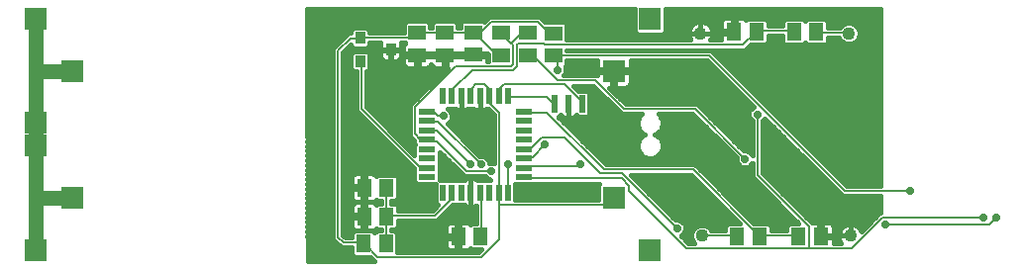
<source format=gbl>
G75*
%MOIN*%
%OFA0B0*%
%FSLAX25Y25*%
%IPPOS*%
%LPD*%
%AMOC8*
5,1,8,0,0,1.08239X$1,22.5*
%
%ADD10R,0.02000X0.05800*%
%ADD11R,0.05800X0.02000*%
%ADD12C,0.04362*%
%ADD13R,0.05118X0.05906*%
%ADD14R,0.01969X0.05906*%
%ADD15R,0.05906X0.05118*%
%ADD16R,0.03543X0.03937*%
%ADD17R,0.07677X0.07677*%
%ADD18C,0.01600*%
%ADD19C,0.00600*%
%ADD20C,0.02800*%
%ADD21C,0.05000*%
D10*
X0152113Y0031101D03*
X0155213Y0031101D03*
X0158413Y0031101D03*
X0161513Y0031101D03*
X0164713Y0031101D03*
X0167813Y0031101D03*
X0171013Y0031101D03*
X0174113Y0031101D03*
X0174113Y0063501D03*
X0171013Y0063501D03*
X0167813Y0063501D03*
X0164713Y0063501D03*
X0161513Y0063501D03*
X0158413Y0063501D03*
X0155213Y0063501D03*
X0152113Y0063501D03*
D11*
X0146913Y0058301D03*
X0146913Y0055201D03*
X0146913Y0052001D03*
X0146913Y0048901D03*
X0146913Y0045701D03*
X0146913Y0042601D03*
X0146913Y0039401D03*
X0146913Y0036301D03*
X0179313Y0036301D03*
X0179313Y0039401D03*
X0179313Y0042601D03*
X0179313Y0045701D03*
X0179313Y0048901D03*
X0179313Y0052001D03*
X0179313Y0055201D03*
X0179313Y0058301D03*
D12*
X0238900Y0084703D03*
X0288900Y0084703D03*
X0289374Y0016491D03*
X0239374Y0016491D03*
D13*
X0251238Y0016364D03*
X0258719Y0016364D03*
X0271878Y0016287D03*
X0279358Y0016287D03*
X0164835Y0016232D03*
X0157355Y0016232D03*
X0132958Y0013786D03*
X0125477Y0013786D03*
X0125700Y0023033D03*
X0133180Y0023033D03*
X0133158Y0032728D03*
X0125677Y0032728D03*
X0250177Y0085211D03*
X0257658Y0085211D03*
X0270352Y0085207D03*
X0277832Y0085207D03*
D14*
X0199176Y0060959D03*
X0194452Y0060959D03*
X0189727Y0060959D03*
D15*
X0189518Y0077270D03*
X0180901Y0077406D03*
X0171746Y0077405D03*
X0162339Y0077506D03*
X0152887Y0077400D03*
X0143534Y0077429D03*
X0143534Y0084909D03*
X0152887Y0084880D03*
X0162339Y0084986D03*
X0171746Y0084886D03*
X0180901Y0084886D03*
X0189518Y0084750D03*
D16*
X0134619Y0079185D03*
X0124382Y0075248D03*
X0124382Y0083122D03*
D17*
X0015169Y0011773D03*
X0027374Y0029293D03*
X0015169Y0046813D03*
X0015169Y0054490D03*
X0027374Y0072010D03*
X0015169Y0089529D03*
X0209657Y0072010D03*
X0221862Y0089529D03*
X0209657Y0029293D03*
X0221862Y0011773D03*
D18*
X0234000Y0014774D02*
X0236209Y0014774D01*
X0236338Y0014462D02*
X0236717Y0014083D01*
X0234691Y0014083D01*
X0232285Y0016489D01*
X0232573Y0016609D01*
X0233361Y0017397D01*
X0233787Y0018426D01*
X0233787Y0019540D01*
X0233361Y0020569D01*
X0232573Y0021356D01*
X0231544Y0021783D01*
X0230591Y0021783D01*
X0215291Y0037083D01*
X0235683Y0037083D01*
X0252049Y0020717D01*
X0248099Y0020717D01*
X0247279Y0019897D01*
X0247279Y0018283D01*
X0242507Y0018283D01*
X0242409Y0018519D01*
X0241402Y0019526D01*
X0240086Y0020072D01*
X0238661Y0020072D01*
X0237345Y0019526D01*
X0236338Y0018519D01*
X0235792Y0017203D01*
X0235792Y0015778D01*
X0236338Y0014462D01*
X0235792Y0016372D02*
X0232402Y0016372D01*
X0233599Y0017971D02*
X0236111Y0017971D01*
X0237448Y0019569D02*
X0233775Y0019569D01*
X0232762Y0021168D02*
X0251598Y0021168D01*
X0250000Y0022766D02*
X0229608Y0022766D01*
X0228009Y0024365D02*
X0248401Y0024365D01*
X0246802Y0025963D02*
X0226411Y0025963D01*
X0224812Y0027562D02*
X0245204Y0027562D01*
X0250012Y0027562D02*
X0265004Y0027562D01*
X0266602Y0025963D02*
X0251611Y0025963D01*
X0253209Y0024365D02*
X0268201Y0024365D01*
X0269800Y0022766D02*
X0254808Y0022766D01*
X0256406Y0021168D02*
X0271398Y0021168D01*
X0271926Y0020640D02*
X0268739Y0020640D01*
X0267919Y0019820D01*
X0267919Y0018283D01*
X0262678Y0018283D01*
X0262678Y0019897D01*
X0261858Y0020717D01*
X0256857Y0020717D01*
X0237091Y0040483D01*
X0235683Y0040483D01*
X0207091Y0040483D01*
X0190968Y0056606D01*
X0191292Y0056606D01*
X0191866Y0057180D01*
X0192027Y0056901D01*
X0192362Y0056566D01*
X0192773Y0056329D01*
X0193231Y0056206D01*
X0194452Y0056206D01*
X0195673Y0056206D01*
X0196131Y0056329D01*
X0196541Y0056566D01*
X0196877Y0056901D01*
X0197038Y0057180D01*
X0197612Y0056606D01*
X0200740Y0056606D01*
X0201561Y0057426D01*
X0201561Y0064491D01*
X0200740Y0065312D01*
X0197863Y0065312D01*
X0196091Y0067083D01*
X0202683Y0067083D01*
X0211287Y0058479D01*
X0212283Y0057483D01*
X0219004Y0057483D01*
X0218333Y0056812D01*
X0217700Y0055283D01*
X0217700Y0053628D01*
X0218333Y0052100D01*
X0219503Y0050930D01*
X0220208Y0050638D01*
X0219473Y0050333D01*
X0218303Y0049163D01*
X0217670Y0047635D01*
X0217670Y0045980D01*
X0218303Y0044452D01*
X0219473Y0043282D01*
X0221002Y0042648D01*
X0222656Y0042648D01*
X0224185Y0043282D01*
X0225355Y0044452D01*
X0225988Y0045980D01*
X0225988Y0047635D01*
X0225355Y0049163D01*
X0224185Y0050333D01*
X0223480Y0050625D01*
X0224215Y0050930D01*
X0225385Y0052100D01*
X0226018Y0053628D01*
X0226018Y0055283D01*
X0225385Y0056812D01*
X0224714Y0057483D01*
X0236283Y0057483D01*
X0250987Y0042779D01*
X0250987Y0041826D01*
X0251414Y0040797D01*
X0252201Y0040009D01*
X0253230Y0039583D01*
X0254344Y0039583D01*
X0255373Y0040009D01*
X0256161Y0040797D01*
X0256287Y0041102D01*
X0256287Y0036279D01*
X0271926Y0020640D01*
X0267919Y0019569D02*
X0262678Y0019569D01*
X0276091Y0021283D02*
X0259687Y0037687D01*
X0259687Y0055123D01*
X0260361Y0055797D01*
X0260481Y0056085D01*
X0286683Y0029883D01*
X0299409Y0029883D01*
X0299406Y0024283D01*
X0299283Y0024283D01*
X0293041Y0018040D01*
X0292902Y0018376D01*
X0292466Y0019028D01*
X0291911Y0019583D01*
X0291259Y0020019D01*
X0290535Y0020319D01*
X0289766Y0020472D01*
X0289374Y0020472D01*
X0289374Y0016491D01*
X0289374Y0016491D01*
X0289374Y0020472D01*
X0288981Y0020472D01*
X0288212Y0020319D01*
X0287488Y0020019D01*
X0286836Y0019583D01*
X0286281Y0019028D01*
X0285846Y0018376D01*
X0285545Y0017652D01*
X0285392Y0016883D01*
X0285392Y0016491D01*
X0289373Y0016491D01*
X0289373Y0016491D01*
X0285392Y0016491D01*
X0285392Y0016098D01*
X0285545Y0015329D01*
X0285846Y0014605D01*
X0286194Y0014083D01*
X0283717Y0014083D01*
X0283717Y0015808D01*
X0279838Y0015808D01*
X0279838Y0016767D01*
X0278879Y0016767D01*
X0278879Y0021040D01*
X0276562Y0021040D01*
X0276382Y0020992D01*
X0276091Y0021283D01*
X0276206Y0021168D02*
X0296168Y0021168D01*
X0294570Y0019569D02*
X0291925Y0019569D01*
X0289374Y0019569D02*
X0289374Y0019569D01*
X0289374Y0017971D02*
X0289374Y0017971D01*
X0286822Y0019569D02*
X0283692Y0019569D01*
X0283717Y0019477D02*
X0283595Y0019935D01*
X0283358Y0020345D01*
X0283022Y0020680D01*
X0282612Y0020917D01*
X0282154Y0021040D01*
X0279838Y0021040D01*
X0279838Y0016767D01*
X0283717Y0016767D01*
X0283717Y0019477D01*
X0283717Y0017971D02*
X0285678Y0017971D01*
X0285392Y0016372D02*
X0279838Y0016372D01*
X0279838Y0017971D02*
X0278879Y0017971D01*
X0278879Y0019569D02*
X0279838Y0019569D01*
X0274608Y0022766D02*
X0297767Y0022766D01*
X0299406Y0024365D02*
X0273009Y0024365D01*
X0271411Y0025963D02*
X0299407Y0025963D01*
X0299408Y0027562D02*
X0269812Y0027562D01*
X0268214Y0029160D02*
X0299409Y0029160D01*
X0299411Y0033283D02*
X0288091Y0033283D01*
X0243487Y0077887D01*
X0242491Y0078883D01*
X0193871Y0078883D01*
X0193871Y0079083D01*
X0253891Y0079083D01*
X0255667Y0080859D01*
X0260797Y0080859D01*
X0261617Y0081679D01*
X0261617Y0083883D01*
X0266393Y0083883D01*
X0266393Y0081674D01*
X0267213Y0080854D01*
X0273491Y0080854D01*
X0274092Y0081456D01*
X0274693Y0080854D01*
X0280971Y0080854D01*
X0281791Y0081674D01*
X0281791Y0083283D01*
X0285612Y0083283D01*
X0285864Y0082675D01*
X0286871Y0081667D01*
X0288188Y0081122D01*
X0289612Y0081122D01*
X0290929Y0081667D01*
X0291936Y0082675D01*
X0292481Y0083991D01*
X0292481Y0085416D01*
X0291936Y0086732D01*
X0290929Y0087739D01*
X0289612Y0088284D01*
X0288188Y0088284D01*
X0286871Y0087739D01*
X0285864Y0086732D01*
X0285844Y0086683D01*
X0281791Y0086683D01*
X0281791Y0088740D01*
X0280971Y0089560D01*
X0274693Y0089560D01*
X0274092Y0088959D01*
X0273491Y0089560D01*
X0267213Y0089560D01*
X0266393Y0088740D01*
X0266393Y0087283D01*
X0261617Y0087283D01*
X0261617Y0088744D01*
X0260797Y0089564D01*
X0254519Y0089564D01*
X0254194Y0089239D01*
X0254177Y0089269D01*
X0253842Y0089604D01*
X0253431Y0089841D01*
X0252973Y0089964D01*
X0250657Y0089964D01*
X0250657Y0085691D01*
X0249698Y0085691D01*
X0249698Y0089964D01*
X0247381Y0089964D01*
X0246924Y0089841D01*
X0246513Y0089604D01*
X0246178Y0089269D01*
X0245941Y0088859D01*
X0245818Y0088401D01*
X0245818Y0085691D01*
X0249698Y0085691D01*
X0249698Y0084732D01*
X0245818Y0084732D01*
X0245818Y0082483D01*
X0242204Y0082483D01*
X0242428Y0082817D01*
X0242728Y0083542D01*
X0242881Y0084311D01*
X0242881Y0084703D01*
X0238900Y0084703D01*
X0238900Y0084703D01*
X0234919Y0084703D01*
X0234919Y0084311D01*
X0235072Y0083542D01*
X0235372Y0082817D01*
X0235596Y0082483D01*
X0193871Y0082483D01*
X0193871Y0087889D01*
X0193051Y0088709D01*
X0186465Y0088709D01*
X0185887Y0089287D01*
X0184891Y0090283D01*
X0167883Y0090283D01*
X0166209Y0088608D01*
X0165872Y0088945D01*
X0158806Y0088945D01*
X0157986Y0088125D01*
X0157986Y0086683D01*
X0157240Y0086683D01*
X0157240Y0088019D01*
X0156420Y0088839D01*
X0149354Y0088839D01*
X0148534Y0088019D01*
X0148534Y0086683D01*
X0147887Y0086683D01*
X0147887Y0088048D01*
X0147067Y0088869D01*
X0140001Y0088869D01*
X0139181Y0088048D01*
X0139181Y0084883D01*
X0127554Y0084883D01*
X0127554Y0085671D01*
X0126734Y0086491D01*
X0122031Y0086491D01*
X0121211Y0085671D01*
X0121211Y0084809D01*
X0120352Y0084809D01*
X0119356Y0083813D01*
X0115185Y0079642D01*
X0115185Y0015299D01*
X0116181Y0014303D01*
X0118001Y0012483D01*
X0121518Y0012483D01*
X0121518Y0010253D01*
X0122338Y0009433D01*
X0127733Y0009433D01*
X0128487Y0008679D01*
X0129255Y0007911D01*
X0106644Y0007927D01*
X0106370Y0092945D01*
X0216623Y0092889D01*
X0216623Y0085111D01*
X0217443Y0084291D01*
X0226280Y0084291D01*
X0227100Y0085111D01*
X0227100Y0092884D01*
X0299444Y0092847D01*
X0299411Y0033283D01*
X0299412Y0033956D02*
X0287418Y0033956D01*
X0285820Y0035554D02*
X0299412Y0035554D01*
X0299413Y0037153D02*
X0284221Y0037153D01*
X0282623Y0038751D02*
X0299414Y0038751D01*
X0299415Y0040350D02*
X0281024Y0040350D01*
X0277814Y0038751D02*
X0259687Y0038751D01*
X0259687Y0040350D02*
X0276216Y0040350D01*
X0274617Y0041948D02*
X0259687Y0041948D01*
X0259687Y0043547D02*
X0273019Y0043547D01*
X0271420Y0045145D02*
X0259687Y0045145D01*
X0256287Y0045145D02*
X0254434Y0045145D01*
X0254344Y0045183D02*
X0253391Y0045183D01*
X0237691Y0060883D01*
X0213691Y0060883D01*
X0208203Y0066371D01*
X0209178Y0066371D01*
X0209178Y0071530D01*
X0210137Y0071530D01*
X0210137Y0072489D01*
X0215296Y0072489D01*
X0215296Y0075483D01*
X0241083Y0075483D01*
X0256690Y0059876D01*
X0256401Y0059756D01*
X0255614Y0058969D01*
X0255187Y0057940D01*
X0255187Y0056826D01*
X0255614Y0055797D01*
X0256287Y0055123D01*
X0256287Y0043664D01*
X0256161Y0043969D01*
X0255373Y0044756D01*
X0254344Y0045183D01*
X0250219Y0043547D02*
X0224450Y0043547D01*
X0225642Y0045145D02*
X0248620Y0045145D01*
X0247022Y0046744D02*
X0225988Y0046744D01*
X0225695Y0048343D02*
X0245423Y0048343D01*
X0250232Y0048343D02*
X0256287Y0048343D01*
X0256287Y0046744D02*
X0251830Y0046744D01*
X0248633Y0049941D02*
X0256287Y0049941D01*
X0259687Y0049941D02*
X0266625Y0049941D01*
X0271433Y0049941D02*
X0299420Y0049941D01*
X0299419Y0048343D02*
X0273032Y0048343D01*
X0274630Y0046744D02*
X0299419Y0046744D01*
X0299418Y0045145D02*
X0276229Y0045145D01*
X0277827Y0043547D02*
X0299417Y0043547D01*
X0299416Y0041948D02*
X0279426Y0041948D01*
X0279413Y0037153D02*
X0260221Y0037153D01*
X0256287Y0037153D02*
X0240421Y0037153D01*
X0238823Y0038751D02*
X0256287Y0038751D01*
X0256287Y0040350D02*
X0255714Y0040350D01*
X0251860Y0040350D02*
X0237224Y0040350D01*
X0250987Y0041948D02*
X0205626Y0041948D01*
X0204027Y0043547D02*
X0219208Y0043547D01*
X0218016Y0045145D02*
X0202429Y0045145D01*
X0200830Y0046744D02*
X0217670Y0046744D01*
X0217963Y0048343D02*
X0199232Y0048343D01*
X0197633Y0049941D02*
X0219081Y0049941D01*
X0218894Y0051540D02*
X0196035Y0051540D01*
X0194436Y0053138D02*
X0217903Y0053138D01*
X0217700Y0054737D02*
X0192838Y0054737D01*
X0192762Y0056335D02*
X0191239Y0056335D01*
X0194452Y0056335D02*
X0194452Y0056335D01*
X0194452Y0056206D02*
X0194452Y0060959D01*
X0194452Y0056206D01*
X0196142Y0056335D02*
X0218136Y0056335D01*
X0211832Y0057934D02*
X0201561Y0057934D01*
X0201561Y0059532D02*
X0210234Y0059532D01*
X0208635Y0061131D02*
X0201561Y0061131D01*
X0201561Y0062729D02*
X0207037Y0062729D01*
X0211845Y0062729D02*
X0253837Y0062729D01*
X0258645Y0062729D02*
X0299427Y0062729D01*
X0299426Y0061131D02*
X0260244Y0061131D01*
X0261842Y0059532D02*
X0299425Y0059532D01*
X0299425Y0057934D02*
X0263441Y0057934D01*
X0265039Y0056335D02*
X0299424Y0056335D01*
X0299423Y0054737D02*
X0266638Y0054737D01*
X0268236Y0053138D02*
X0299422Y0053138D01*
X0299421Y0051540D02*
X0269835Y0051540D01*
X0265026Y0051540D02*
X0259687Y0051540D01*
X0259687Y0053138D02*
X0263428Y0053138D01*
X0261829Y0054737D02*
X0259687Y0054737D01*
X0256287Y0054737D02*
X0243838Y0054737D01*
X0242239Y0056335D02*
X0255391Y0056335D01*
X0255187Y0057934D02*
X0240641Y0057934D01*
X0239042Y0059532D02*
X0256177Y0059532D01*
X0255435Y0061131D02*
X0213444Y0061131D01*
X0210247Y0064328D02*
X0252238Y0064328D01*
X0250640Y0065926D02*
X0208648Y0065926D01*
X0210137Y0066371D02*
X0213733Y0066371D01*
X0214190Y0066494D01*
X0214601Y0066731D01*
X0214936Y0067066D01*
X0215173Y0067476D01*
X0215296Y0067934D01*
X0215296Y0071530D01*
X0210137Y0071530D01*
X0210137Y0066371D01*
X0210137Y0067525D02*
X0209178Y0067525D01*
X0209178Y0069123D02*
X0210137Y0069123D01*
X0215296Y0069123D02*
X0247443Y0069123D01*
X0249041Y0067525D02*
X0215186Y0067525D01*
X0215296Y0070722D02*
X0245844Y0070722D01*
X0250652Y0070722D02*
X0299432Y0070722D01*
X0299432Y0072320D02*
X0249054Y0072320D01*
X0247455Y0073919D02*
X0299433Y0073919D01*
X0299434Y0075517D02*
X0245857Y0075517D01*
X0244258Y0077116D02*
X0299435Y0077116D01*
X0299436Y0078714D02*
X0242660Y0078714D01*
X0255122Y0080313D02*
X0299437Y0080313D01*
X0299438Y0081911D02*
X0291172Y0081911D01*
X0292282Y0083510D02*
X0299438Y0083510D01*
X0299439Y0085108D02*
X0292481Y0085108D01*
X0291946Y0086707D02*
X0299440Y0086707D01*
X0299441Y0088305D02*
X0281791Y0088305D01*
X0281791Y0086707D02*
X0285854Y0086707D01*
X0299442Y0089904D02*
X0253198Y0089904D01*
X0250657Y0089904D02*
X0249698Y0089904D01*
X0249698Y0088305D02*
X0250657Y0088305D01*
X0247156Y0089904D02*
X0227100Y0089904D01*
X0227100Y0088305D02*
X0237193Y0088305D01*
X0237014Y0088231D02*
X0236362Y0087796D01*
X0235808Y0087241D01*
X0235372Y0086589D01*
X0235072Y0085864D01*
X0234919Y0085095D01*
X0234919Y0084703D01*
X0238900Y0084703D01*
X0238900Y0084703D01*
X0242881Y0084703D01*
X0242881Y0085095D01*
X0242728Y0085864D01*
X0242428Y0086589D01*
X0241992Y0087241D01*
X0241438Y0087796D01*
X0240786Y0088231D01*
X0240061Y0088531D01*
X0239292Y0088684D01*
X0238900Y0088684D01*
X0238508Y0088684D01*
X0237739Y0088531D01*
X0237014Y0088231D01*
X0238900Y0088305D02*
X0238900Y0088305D01*
X0238900Y0088684D02*
X0238900Y0084703D01*
X0238900Y0084703D01*
X0238900Y0088684D01*
X0240607Y0088305D02*
X0245818Y0088305D01*
X0245818Y0086707D02*
X0242349Y0086707D01*
X0242879Y0085108D02*
X0249698Y0085108D01*
X0249698Y0086707D02*
X0250657Y0086707D01*
X0245818Y0083510D02*
X0242715Y0083510D01*
X0238900Y0085108D02*
X0238900Y0085108D01*
X0238900Y0086707D02*
X0238900Y0086707D01*
X0235451Y0086707D02*
X0227100Y0086707D01*
X0227098Y0085108D02*
X0234921Y0085108D01*
X0235085Y0083510D02*
X0193871Y0083510D01*
X0193871Y0085108D02*
X0216626Y0085108D01*
X0216623Y0086707D02*
X0193871Y0086707D01*
X0193454Y0088305D02*
X0216623Y0088305D01*
X0216623Y0089904D02*
X0185270Y0089904D01*
X0167504Y0089904D02*
X0106379Y0089904D01*
X0106384Y0088305D02*
X0139438Y0088305D01*
X0139181Y0086707D02*
X0106390Y0086707D01*
X0106395Y0085108D02*
X0121211Y0085108D01*
X0127554Y0085108D02*
X0139181Y0085108D01*
X0147887Y0086707D02*
X0148534Y0086707D01*
X0148821Y0088305D02*
X0147630Y0088305D01*
X0156953Y0088305D02*
X0158167Y0088305D01*
X0157986Y0086707D02*
X0157240Y0086707D01*
X0139506Y0081446D02*
X0139476Y0081429D01*
X0139141Y0081093D01*
X0138904Y0080683D01*
X0138781Y0080225D01*
X0138781Y0077909D01*
X0143054Y0077909D01*
X0143054Y0076950D01*
X0138781Y0076950D01*
X0138781Y0074633D01*
X0138904Y0074175D01*
X0139141Y0073765D01*
X0139476Y0073430D01*
X0139886Y0073193D01*
X0140344Y0073070D01*
X0143054Y0073070D01*
X0143054Y0076950D01*
X0144013Y0076950D01*
X0144013Y0073070D01*
X0146724Y0073070D01*
X0147181Y0073193D01*
X0147592Y0073430D01*
X0147927Y0073765D01*
X0148164Y0074175D01*
X0148207Y0074334D01*
X0148257Y0074146D01*
X0148494Y0073735D01*
X0148829Y0073400D01*
X0149240Y0073163D01*
X0149697Y0073040D01*
X0152407Y0073040D01*
X0152407Y0076920D01*
X0148287Y0076920D01*
X0148287Y0076950D01*
X0144014Y0076950D01*
X0144014Y0077909D01*
X0148134Y0077909D01*
X0148134Y0077879D01*
X0152407Y0077879D01*
X0152407Y0076920D01*
X0153367Y0076920D01*
X0153367Y0077879D01*
X0157640Y0077879D01*
X0157640Y0077985D01*
X0161859Y0077985D01*
X0161859Y0077026D01*
X0157586Y0077026D01*
X0157586Y0076920D01*
X0153367Y0076920D01*
X0153367Y0073040D01*
X0153641Y0073040D01*
X0141087Y0060487D01*
X0141087Y0050079D01*
X0142083Y0049083D01*
X0142613Y0048553D01*
X0142613Y0047321D01*
X0142633Y0047301D01*
X0142613Y0047281D01*
X0142613Y0043761D01*
X0126487Y0059887D01*
X0126487Y0071880D01*
X0126734Y0071880D01*
X0127554Y0072700D01*
X0127554Y0077797D01*
X0126734Y0078617D01*
X0122031Y0078617D01*
X0121211Y0077797D01*
X0121211Y0072700D01*
X0122031Y0071880D01*
X0123087Y0071880D01*
X0123087Y0058479D01*
X0142287Y0039279D01*
X0142613Y0038953D01*
X0142613Y0034721D01*
X0143433Y0033901D01*
X0149713Y0033901D01*
X0149713Y0027621D01*
X0150533Y0026801D01*
X0150601Y0026801D01*
X0148683Y0024883D01*
X0137139Y0024883D01*
X0137139Y0026565D01*
X0136319Y0027385D01*
X0134887Y0027385D01*
X0134887Y0028375D01*
X0136297Y0028375D01*
X0137117Y0029195D01*
X0137117Y0036261D01*
X0136297Y0037081D01*
X0130019Y0037081D01*
X0129694Y0036756D01*
X0129677Y0036786D01*
X0129342Y0037121D01*
X0128931Y0037358D01*
X0128473Y0037481D01*
X0126157Y0037481D01*
X0126157Y0033207D01*
X0125198Y0033207D01*
X0125198Y0032248D01*
X0126157Y0032248D01*
X0126157Y0027975D01*
X0128473Y0027975D01*
X0128931Y0028098D01*
X0129342Y0028335D01*
X0129677Y0028670D01*
X0129694Y0028700D01*
X0130019Y0028375D01*
X0131487Y0028375D01*
X0131487Y0027385D01*
X0130041Y0027385D01*
X0129717Y0027061D01*
X0129699Y0027091D01*
X0129364Y0027426D01*
X0128954Y0027663D01*
X0128496Y0027785D01*
X0126180Y0027785D01*
X0126180Y0023512D01*
X0125221Y0023512D01*
X0125221Y0027785D01*
X0122904Y0027785D01*
X0122446Y0027663D01*
X0122036Y0027426D01*
X0121701Y0027091D01*
X0121464Y0026680D01*
X0121341Y0026222D01*
X0121341Y0023512D01*
X0125220Y0023512D01*
X0125220Y0022553D01*
X0121341Y0022553D01*
X0121341Y0019843D01*
X0121464Y0019385D01*
X0121701Y0018975D01*
X0122036Y0018640D01*
X0122446Y0018403D01*
X0122904Y0018280D01*
X0125221Y0018280D01*
X0125221Y0022553D01*
X0126180Y0022553D01*
X0126180Y0018280D01*
X0128496Y0018280D01*
X0128954Y0018403D01*
X0129364Y0018640D01*
X0129699Y0018975D01*
X0129717Y0019005D01*
X0130041Y0018680D01*
X0131487Y0018680D01*
X0131487Y0018138D01*
X0129819Y0018138D01*
X0129217Y0017537D01*
X0128616Y0018138D01*
X0122338Y0018138D01*
X0121518Y0017318D01*
X0121518Y0015883D01*
X0119409Y0015883D01*
X0118585Y0016707D01*
X0118585Y0078234D01*
X0121211Y0080860D01*
X0121211Y0080574D01*
X0122031Y0079754D01*
X0126734Y0079754D01*
X0127554Y0080574D01*
X0127554Y0081483D01*
X0131072Y0081483D01*
X0131047Y0081391D01*
X0131047Y0079271D01*
X0134533Y0079271D01*
X0134533Y0079099D01*
X0134705Y0079099D01*
X0134705Y0079271D01*
X0138190Y0079271D01*
X0138190Y0081391D01*
X0138166Y0081483D01*
X0139469Y0081483D01*
X0139506Y0081446D01*
X0138805Y0080313D02*
X0138190Y0080313D01*
X0138190Y0079099D02*
X0134705Y0079099D01*
X0134705Y0075417D01*
X0136627Y0075417D01*
X0137085Y0075539D01*
X0137496Y0075776D01*
X0137831Y0076111D01*
X0138068Y0076522D01*
X0138190Y0076980D01*
X0138190Y0079099D01*
X0138190Y0078714D02*
X0138781Y0078714D01*
X0138190Y0077116D02*
X0143054Y0077116D01*
X0144014Y0077116D02*
X0152407Y0077116D01*
X0153367Y0077116D02*
X0161859Y0077116D01*
X0162819Y0077116D02*
X0167393Y0077116D01*
X0167092Y0077026D02*
X0162819Y0077026D01*
X0162819Y0077985D01*
X0167092Y0077985D01*
X0167092Y0078074D01*
X0167393Y0077773D01*
X0167393Y0075283D01*
X0167092Y0075283D01*
X0167092Y0077026D01*
X0167092Y0075517D02*
X0167393Y0075517D01*
X0153367Y0075517D02*
X0152407Y0075517D01*
X0152407Y0073919D02*
X0153367Y0073919D01*
X0152921Y0072320D02*
X0127175Y0072320D01*
X0127554Y0073919D02*
X0139052Y0073919D01*
X0143054Y0073919D02*
X0144013Y0073919D01*
X0148016Y0073919D02*
X0148388Y0073919D01*
X0144013Y0075517D02*
X0143054Y0075517D01*
X0138781Y0075517D02*
X0137002Y0075517D01*
X0134705Y0075517D02*
X0134533Y0075517D01*
X0134533Y0075417D02*
X0134533Y0079099D01*
X0131047Y0079099D01*
X0131047Y0076980D01*
X0131170Y0076522D01*
X0131407Y0076111D01*
X0131742Y0075776D01*
X0132152Y0075539D01*
X0132610Y0075417D01*
X0134533Y0075417D01*
X0134533Y0077116D02*
X0134705Y0077116D01*
X0132235Y0075517D02*
X0127554Y0075517D01*
X0127554Y0077116D02*
X0131047Y0077116D01*
X0131047Y0078714D02*
X0119065Y0078714D01*
X0115185Y0078714D02*
X0106415Y0078714D01*
X0106421Y0077116D02*
X0115185Y0077116D01*
X0115185Y0075517D02*
X0106426Y0075517D01*
X0106431Y0073919D02*
X0115185Y0073919D01*
X0115185Y0072320D02*
X0106436Y0072320D01*
X0106441Y0070722D02*
X0115185Y0070722D01*
X0118585Y0070722D02*
X0123087Y0070722D01*
X0126487Y0070722D02*
X0151322Y0070722D01*
X0149724Y0069123D02*
X0126487Y0069123D01*
X0126487Y0067525D02*
X0148125Y0067525D01*
X0146527Y0065926D02*
X0126487Y0065926D01*
X0126487Y0064328D02*
X0144928Y0064328D01*
X0143330Y0062729D02*
X0126487Y0062729D01*
X0123087Y0062729D02*
X0118585Y0062729D01*
X0115185Y0062729D02*
X0106467Y0062729D01*
X0106472Y0061131D02*
X0115185Y0061131D01*
X0115185Y0059532D02*
X0106477Y0059532D01*
X0106482Y0057934D02*
X0115185Y0057934D01*
X0118585Y0057934D02*
X0123632Y0057934D01*
X0123087Y0059532D02*
X0118585Y0059532D01*
X0118585Y0061131D02*
X0123087Y0061131D01*
X0126487Y0061131D02*
X0141731Y0061131D01*
X0141087Y0059532D02*
X0126842Y0059532D01*
X0128441Y0057934D02*
X0141087Y0057934D01*
X0141087Y0056335D02*
X0130039Y0056335D01*
X0131638Y0054737D02*
X0141087Y0054737D01*
X0141087Y0053138D02*
X0133236Y0053138D01*
X0134835Y0051540D02*
X0141087Y0051540D01*
X0141225Y0049941D02*
X0136433Y0049941D01*
X0131625Y0049941D02*
X0118585Y0049941D01*
X0115185Y0049941D02*
X0106508Y0049941D01*
X0106513Y0048343D02*
X0115185Y0048343D01*
X0115185Y0046744D02*
X0106518Y0046744D01*
X0106524Y0045145D02*
X0115185Y0045145D01*
X0115185Y0043547D02*
X0106529Y0043547D01*
X0106534Y0041948D02*
X0115185Y0041948D01*
X0118585Y0041948D02*
X0139617Y0041948D01*
X0141216Y0040350D02*
X0118585Y0040350D01*
X0118585Y0038751D02*
X0142613Y0038751D01*
X0142613Y0037153D02*
X0129286Y0037153D01*
X0126157Y0037153D02*
X0125198Y0037153D01*
X0125198Y0037481D02*
X0122881Y0037481D01*
X0122423Y0037358D01*
X0122013Y0037121D01*
X0121678Y0036786D01*
X0121441Y0036375D01*
X0121318Y0035918D01*
X0121318Y0033207D01*
X0125198Y0033207D01*
X0125198Y0037481D01*
X0122068Y0037153D02*
X0118585Y0037153D01*
X0115185Y0037153D02*
X0106549Y0037153D01*
X0106544Y0038751D02*
X0115185Y0038751D01*
X0115185Y0040350D02*
X0106539Y0040350D01*
X0118585Y0043547D02*
X0138019Y0043547D01*
X0136420Y0045145D02*
X0118585Y0045145D01*
X0118585Y0046744D02*
X0134822Y0046744D01*
X0133223Y0048343D02*
X0118585Y0048343D01*
X0118585Y0051540D02*
X0130026Y0051540D01*
X0128428Y0053138D02*
X0118585Y0053138D01*
X0115185Y0053138D02*
X0106498Y0053138D01*
X0106503Y0051540D02*
X0115185Y0051540D01*
X0115185Y0054737D02*
X0106493Y0054737D01*
X0106488Y0056335D02*
X0115185Y0056335D01*
X0118585Y0056335D02*
X0125231Y0056335D01*
X0126829Y0054737D02*
X0118585Y0054737D01*
X0138032Y0048343D02*
X0142613Y0048343D01*
X0142613Y0046744D02*
X0139630Y0046744D01*
X0141229Y0045145D02*
X0142613Y0045145D01*
X0151213Y0044753D02*
X0159483Y0036483D01*
X0166328Y0036483D01*
X0167001Y0035809D01*
X0167987Y0035401D01*
X0166293Y0035401D01*
X0163659Y0035401D01*
X0163618Y0035441D01*
X0163208Y0035678D01*
X0162750Y0035801D01*
X0161513Y0035801D01*
X0160276Y0035801D01*
X0159818Y0035678D01*
X0159408Y0035441D01*
X0159368Y0035401D01*
X0156833Y0035401D01*
X0156813Y0035381D01*
X0156793Y0035401D01*
X0151213Y0035401D01*
X0151213Y0040981D01*
X0151193Y0041001D01*
X0151213Y0041021D01*
X0151213Y0044753D01*
X0151213Y0043547D02*
X0152419Y0043547D01*
X0151213Y0041948D02*
X0154017Y0041948D01*
X0155616Y0040350D02*
X0151213Y0040350D01*
X0151213Y0038751D02*
X0157214Y0038751D01*
X0158813Y0037153D02*
X0151213Y0037153D01*
X0151213Y0035554D02*
X0159604Y0035554D01*
X0161513Y0035554D02*
X0161513Y0035554D01*
X0161513Y0035801D02*
X0161513Y0031101D01*
X0161513Y0031101D01*
X0161513Y0035801D01*
X0163422Y0035554D02*
X0167616Y0035554D01*
X0161513Y0033956D02*
X0161513Y0033956D01*
X0161513Y0032357D02*
X0161513Y0032357D01*
X0161513Y0031101D02*
X0161513Y0026401D01*
X0161513Y0031101D01*
X0161513Y0031101D01*
X0161513Y0030759D02*
X0161513Y0030759D01*
X0161513Y0029160D02*
X0161513Y0029160D01*
X0161513Y0027562D02*
X0161513Y0027562D01*
X0161513Y0026401D02*
X0162750Y0026401D01*
X0163208Y0026523D01*
X0163287Y0026569D01*
X0163287Y0020584D01*
X0161696Y0020584D01*
X0161372Y0020260D01*
X0161354Y0020290D01*
X0161019Y0020625D01*
X0160609Y0020862D01*
X0160151Y0020984D01*
X0157834Y0020984D01*
X0157834Y0016711D01*
X0156875Y0016711D01*
X0156875Y0015752D01*
X0152996Y0015752D01*
X0152996Y0013042D01*
X0153119Y0012584D01*
X0153356Y0012174D01*
X0153691Y0011839D01*
X0154101Y0011602D01*
X0154559Y0011479D01*
X0156875Y0011479D01*
X0156875Y0015752D01*
X0157834Y0015752D01*
X0157834Y0011479D01*
X0160151Y0011479D01*
X0160609Y0011602D01*
X0161019Y0011839D01*
X0161354Y0012174D01*
X0161372Y0012204D01*
X0161696Y0011879D01*
X0165079Y0011879D01*
X0164283Y0011083D01*
X0136917Y0011083D01*
X0136917Y0017318D01*
X0136096Y0018138D01*
X0134887Y0018138D01*
X0134887Y0018680D01*
X0136319Y0018680D01*
X0137139Y0019500D01*
X0137139Y0021483D01*
X0150091Y0021483D01*
X0151087Y0022479D01*
X0155409Y0026801D01*
X0156793Y0026801D01*
X0156813Y0026821D01*
X0156833Y0026801D01*
X0159368Y0026801D01*
X0159408Y0026760D01*
X0159818Y0026523D01*
X0160276Y0026401D01*
X0161513Y0026401D01*
X0163287Y0025963D02*
X0154572Y0025963D01*
X0149764Y0025963D02*
X0137139Y0025963D01*
X0134887Y0027562D02*
X0149772Y0027562D01*
X0149713Y0029160D02*
X0137082Y0029160D01*
X0137117Y0030759D02*
X0149713Y0030759D01*
X0149713Y0032357D02*
X0137117Y0032357D01*
X0137117Y0033956D02*
X0143378Y0033956D01*
X0142613Y0035554D02*
X0137117Y0035554D01*
X0126157Y0035554D02*
X0125198Y0035554D01*
X0125198Y0033956D02*
X0126157Y0033956D01*
X0121318Y0033956D02*
X0118585Y0033956D01*
X0118585Y0035554D02*
X0121318Y0035554D01*
X0115185Y0035554D02*
X0106555Y0035554D01*
X0106560Y0033956D02*
X0115185Y0033956D01*
X0115185Y0032357D02*
X0106565Y0032357D01*
X0106570Y0030759D02*
X0115185Y0030759D01*
X0118585Y0030759D02*
X0121318Y0030759D01*
X0121318Y0029538D02*
X0121318Y0032248D01*
X0125198Y0032248D01*
X0125198Y0027975D01*
X0122881Y0027975D01*
X0122423Y0028098D01*
X0122013Y0028335D01*
X0121678Y0028670D01*
X0121441Y0029080D01*
X0121318Y0029538D01*
X0121419Y0029160D02*
X0118585Y0029160D01*
X0115185Y0029160D02*
X0106575Y0029160D01*
X0106580Y0027562D02*
X0115185Y0027562D01*
X0115185Y0025963D02*
X0106585Y0025963D01*
X0106591Y0024365D02*
X0115185Y0024365D01*
X0115185Y0022766D02*
X0106596Y0022766D01*
X0106601Y0021168D02*
X0115185Y0021168D01*
X0118585Y0021168D02*
X0121341Y0021168D01*
X0125221Y0021168D02*
X0126180Y0021168D01*
X0126180Y0019569D02*
X0125221Y0019569D01*
X0122171Y0017971D02*
X0118585Y0017971D01*
X0118585Y0019569D02*
X0121414Y0019569D01*
X0115185Y0019569D02*
X0106606Y0019569D01*
X0106611Y0017971D02*
X0115185Y0017971D01*
X0115185Y0016372D02*
X0106616Y0016372D01*
X0106622Y0014774D02*
X0115710Y0014774D01*
X0117308Y0013175D02*
X0106627Y0013175D01*
X0106632Y0011577D02*
X0121518Y0011577D01*
X0121793Y0009978D02*
X0106637Y0009978D01*
X0106642Y0008380D02*
X0128786Y0008380D01*
X0136917Y0011577D02*
X0154194Y0011577D01*
X0156875Y0011577D02*
X0157834Y0011577D01*
X0160516Y0011577D02*
X0164777Y0011577D01*
X0157834Y0013175D02*
X0156875Y0013175D01*
X0156875Y0014774D02*
X0157834Y0014774D01*
X0152996Y0014774D02*
X0136917Y0014774D01*
X0136917Y0013175D02*
X0152996Y0013175D01*
X0152996Y0016711D02*
X0156875Y0016711D01*
X0156875Y0020984D01*
X0154559Y0020984D01*
X0154101Y0020862D01*
X0153691Y0020625D01*
X0153356Y0020290D01*
X0153119Y0019879D01*
X0152996Y0019421D01*
X0152996Y0016711D01*
X0156875Y0016372D02*
X0136917Y0016372D01*
X0136264Y0017971D02*
X0152996Y0017971D01*
X0153036Y0019569D02*
X0137139Y0019569D01*
X0137139Y0021168D02*
X0163287Y0021168D01*
X0163287Y0022766D02*
X0151375Y0022766D01*
X0152974Y0024365D02*
X0163287Y0024365D01*
X0176513Y0028483D02*
X0176513Y0033901D01*
X0182793Y0033901D01*
X0182975Y0034083D01*
X0204790Y0034083D01*
X0204419Y0033712D01*
X0204419Y0028483D01*
X0176513Y0028483D01*
X0176513Y0029160D02*
X0204419Y0029160D01*
X0204419Y0030759D02*
X0176513Y0030759D01*
X0176513Y0032357D02*
X0204419Y0032357D01*
X0204663Y0033956D02*
X0182848Y0033956D01*
X0169287Y0040923D02*
X0169144Y0040983D01*
X0168030Y0040983D01*
X0167787Y0040882D01*
X0167787Y0041140D01*
X0167361Y0042169D01*
X0166573Y0042956D01*
X0165544Y0043383D01*
X0164591Y0043383D01*
X0153685Y0054289D01*
X0153973Y0054409D01*
X0154761Y0055197D01*
X0155187Y0056226D01*
X0155187Y0057340D01*
X0154761Y0058369D01*
X0153973Y0059156D01*
X0153866Y0059201D01*
X0156268Y0059201D01*
X0156308Y0059160D01*
X0156718Y0058923D01*
X0157176Y0058801D01*
X0158413Y0058801D01*
X0158413Y0063501D01*
X0158413Y0063501D01*
X0158413Y0058801D01*
X0159650Y0058801D01*
X0160108Y0058923D01*
X0160518Y0059160D01*
X0160559Y0059201D01*
X0162568Y0059201D01*
X0162608Y0059160D01*
X0163018Y0058923D01*
X0163476Y0058801D01*
X0164713Y0058801D01*
X0164713Y0063501D01*
X0164713Y0063501D01*
X0164713Y0058801D01*
X0165950Y0058801D01*
X0166408Y0058923D01*
X0166818Y0059160D01*
X0166859Y0059201D01*
X0167365Y0059201D01*
X0169287Y0057279D01*
X0169287Y0040923D01*
X0169287Y0041948D02*
X0167452Y0041948D01*
X0169287Y0043547D02*
X0164427Y0043547D01*
X0162829Y0045145D02*
X0169287Y0045145D01*
X0169287Y0046744D02*
X0161230Y0046744D01*
X0159632Y0048343D02*
X0169287Y0048343D01*
X0169287Y0049941D02*
X0158033Y0049941D01*
X0156435Y0051540D02*
X0169287Y0051540D01*
X0169287Y0053138D02*
X0154836Y0053138D01*
X0154301Y0054737D02*
X0169287Y0054737D01*
X0169287Y0056335D02*
X0155187Y0056335D01*
X0154941Y0057934D02*
X0168632Y0057934D01*
X0164713Y0059532D02*
X0164713Y0059532D01*
X0164713Y0061131D02*
X0164713Y0061131D01*
X0164713Y0062729D02*
X0164713Y0062729D01*
X0158413Y0062729D02*
X0158413Y0062729D01*
X0158413Y0061131D02*
X0158413Y0061131D01*
X0158413Y0059532D02*
X0158413Y0059532D01*
X0123087Y0064328D02*
X0118585Y0064328D01*
X0118585Y0065926D02*
X0123087Y0065926D01*
X0123087Y0067525D02*
X0118585Y0067525D01*
X0118585Y0069123D02*
X0123087Y0069123D01*
X0115185Y0069123D02*
X0106446Y0069123D01*
X0106451Y0067525D02*
X0115185Y0067525D01*
X0115185Y0065926D02*
X0106457Y0065926D01*
X0106462Y0064328D02*
X0115185Y0064328D01*
X0118585Y0072320D02*
X0121590Y0072320D01*
X0121211Y0073919D02*
X0118585Y0073919D01*
X0118585Y0075517D02*
X0121211Y0075517D01*
X0121211Y0077116D02*
X0118585Y0077116D01*
X0120664Y0080313D02*
X0121472Y0080313D01*
X0117454Y0081911D02*
X0106405Y0081911D01*
X0106410Y0080313D02*
X0115856Y0080313D01*
X0119053Y0083510D02*
X0106400Y0083510D01*
X0127293Y0080313D02*
X0131047Y0080313D01*
X0134533Y0078714D02*
X0134705Y0078714D01*
X0106374Y0091502D02*
X0216623Y0091502D01*
X0227100Y0091502D02*
X0299443Y0091502D01*
X0266393Y0088305D02*
X0261617Y0088305D01*
X0261617Y0083510D02*
X0266393Y0083510D01*
X0266393Y0081911D02*
X0261617Y0081911D01*
X0281791Y0081911D02*
X0286628Y0081911D01*
X0244246Y0072320D02*
X0210137Y0072320D01*
X0209178Y0072320D02*
X0193587Y0072320D01*
X0193587Y0071826D02*
X0193587Y0072940D01*
X0193321Y0073582D01*
X0193871Y0074131D01*
X0193871Y0075483D01*
X0204019Y0075483D01*
X0204019Y0072489D01*
X0209178Y0072489D01*
X0209178Y0071530D01*
X0204019Y0071530D01*
X0204019Y0070483D01*
X0192847Y0070483D01*
X0193161Y0070797D01*
X0193587Y0071826D01*
X0193086Y0070722D02*
X0204019Y0070722D01*
X0209178Y0070722D02*
X0210137Y0070722D01*
X0215296Y0073919D02*
X0242647Y0073919D01*
X0252251Y0069123D02*
X0299431Y0069123D01*
X0299430Y0067525D02*
X0253850Y0067525D01*
X0255448Y0065926D02*
X0299429Y0065926D01*
X0299428Y0064328D02*
X0257047Y0064328D01*
X0237431Y0056335D02*
X0225582Y0056335D01*
X0226018Y0054737D02*
X0239029Y0054737D01*
X0240628Y0053138D02*
X0225815Y0053138D01*
X0224825Y0051540D02*
X0242226Y0051540D01*
X0245436Y0053138D02*
X0256287Y0053138D01*
X0256287Y0051540D02*
X0247035Y0051540D01*
X0243825Y0049941D02*
X0224577Y0049941D01*
X0194452Y0057934D02*
X0194452Y0057934D01*
X0194452Y0059532D02*
X0194452Y0059532D01*
X0194452Y0060959D02*
X0194452Y0060959D01*
X0201561Y0064328D02*
X0205438Y0064328D01*
X0203840Y0065926D02*
X0197248Y0065926D01*
X0193659Y0073919D02*
X0204019Y0073919D01*
X0259687Y0048343D02*
X0268223Y0048343D01*
X0269822Y0046744D02*
X0259687Y0046744D01*
X0261820Y0035554D02*
X0281011Y0035554D01*
X0282610Y0033956D02*
X0263418Y0033956D01*
X0265017Y0032357D02*
X0284208Y0032357D01*
X0285807Y0030759D02*
X0266615Y0030759D01*
X0263405Y0029160D02*
X0248414Y0029160D01*
X0243605Y0029160D02*
X0223214Y0029160D01*
X0221615Y0030759D02*
X0242007Y0030759D01*
X0240408Y0032357D02*
X0220017Y0032357D01*
X0218418Y0033956D02*
X0238810Y0033956D01*
X0237211Y0035554D02*
X0216820Y0035554D01*
X0242020Y0035554D02*
X0257011Y0035554D01*
X0258610Y0033956D02*
X0243618Y0033956D01*
X0245217Y0032357D02*
X0260208Y0032357D01*
X0261807Y0030759D02*
X0246815Y0030759D01*
X0247279Y0019569D02*
X0241299Y0019569D01*
X0283717Y0014774D02*
X0285776Y0014774D01*
X0157834Y0017971D02*
X0156875Y0017971D01*
X0156875Y0019569D02*
X0157834Y0019569D01*
X0131487Y0027562D02*
X0129129Y0027562D01*
X0126180Y0027562D02*
X0125221Y0027562D01*
X0125221Y0025963D02*
X0126180Y0025963D01*
X0122272Y0027562D02*
X0118585Y0027562D01*
X0118585Y0025963D02*
X0121341Y0025963D01*
X0121341Y0024365D02*
X0118585Y0024365D01*
X0118585Y0022766D02*
X0125220Y0022766D01*
X0125221Y0024365D02*
X0126180Y0024365D01*
X0126157Y0029160D02*
X0125198Y0029160D01*
X0125198Y0030759D02*
X0126157Y0030759D01*
X0125198Y0032357D02*
X0118585Y0032357D01*
X0128784Y0017971D02*
X0129651Y0017971D01*
X0121518Y0016372D02*
X0118920Y0016372D01*
D19*
X0116885Y0016003D02*
X0116885Y0078938D01*
X0121056Y0083109D01*
X0124369Y0083109D01*
X0124382Y0083122D01*
X0124187Y0082583D01*
X0124382Y0083122D02*
X0124787Y0083183D01*
X0142187Y0083183D01*
X0143387Y0084383D01*
X0143534Y0084909D01*
X0143987Y0084983D01*
X0152387Y0084983D01*
X0152887Y0084880D01*
X0152987Y0084983D01*
X0161987Y0084983D01*
X0162339Y0084986D01*
X0163787Y0083783D01*
X0168587Y0088583D01*
X0184187Y0088583D01*
X0187787Y0084983D01*
X0188987Y0084983D01*
X0189518Y0084750D01*
X0185987Y0081383D02*
X0177587Y0081383D01*
X0176987Y0080783D01*
X0176987Y0073583D01*
X0175787Y0072383D01*
X0161987Y0072383D01*
X0155387Y0065783D01*
X0155387Y0063983D01*
X0155213Y0063501D01*
X0161513Y0063501D02*
X0161987Y0063983D01*
X0161987Y0066383D01*
X0163187Y0067583D01*
X0166187Y0067583D01*
X0167387Y0066383D01*
X0167387Y0063983D01*
X0167813Y0063501D01*
X0167987Y0063383D01*
X0167987Y0060983D01*
X0170987Y0057983D01*
X0170987Y0031583D01*
X0171013Y0031101D01*
X0170987Y0030983D01*
X0170987Y0026783D01*
X0207587Y0026783D01*
X0209387Y0028583D01*
X0209387Y0029183D01*
X0214787Y0031583D02*
X0214787Y0033383D01*
X0212387Y0035783D01*
X0179387Y0035783D01*
X0179313Y0036301D01*
X0179313Y0039401D02*
X0179387Y0039983D01*
X0197987Y0039983D01*
X0198587Y0040583D01*
X0205187Y0037583D02*
X0193187Y0049583D01*
X0185387Y0049583D01*
X0181787Y0045983D01*
X0179387Y0045983D01*
X0179313Y0045701D01*
X0182387Y0042983D02*
X0186587Y0047183D01*
X0182387Y0042983D02*
X0179387Y0042983D01*
X0179313Y0042601D01*
X0173987Y0040583D02*
X0173987Y0031583D01*
X0174113Y0031101D01*
X0164987Y0030983D02*
X0164713Y0031101D01*
X0164987Y0030983D02*
X0164987Y0016583D01*
X0164835Y0016232D01*
X0170987Y0015383D02*
X0170987Y0026783D01*
X0154787Y0028583D02*
X0149387Y0023183D01*
X0133187Y0023183D01*
X0133180Y0023033D01*
X0133187Y0022583D01*
X0133187Y0014183D01*
X0132958Y0013786D01*
X0130187Y0009383D02*
X0125987Y0013583D01*
X0125477Y0013786D01*
X0125387Y0014183D01*
X0118705Y0014183D01*
X0116885Y0016003D01*
X0130187Y0009383D02*
X0164987Y0009383D01*
X0170987Y0015383D01*
X0133187Y0023183D02*
X0133187Y0032183D01*
X0133158Y0032728D01*
X0146387Y0039983D02*
X0146913Y0039401D01*
X0146387Y0039983D02*
X0143987Y0039983D01*
X0124787Y0059183D01*
X0124787Y0074783D01*
X0124382Y0075248D01*
X0142787Y0059783D02*
X0156587Y0073583D01*
X0175187Y0073583D01*
X0175787Y0074183D01*
X0175787Y0080783D01*
X0175187Y0081383D01*
X0178187Y0084383D01*
X0180587Y0084383D01*
X0180901Y0084886D01*
X0175187Y0081383D02*
X0172187Y0084383D01*
X0171746Y0084886D01*
X0169787Y0077783D02*
X0163787Y0083783D01*
X0162587Y0084983D01*
X0162339Y0084986D01*
X0162587Y0077783D02*
X0162819Y0077026D01*
X0162339Y0077506D02*
X0162587Y0077783D01*
X0169787Y0077783D02*
X0171587Y0077783D01*
X0171746Y0077405D01*
X0180901Y0077406D02*
X0181187Y0077183D01*
X0182387Y0077183D01*
X0190787Y0068783D01*
X0203387Y0068783D01*
X0212987Y0059183D01*
X0236987Y0059183D01*
X0253787Y0042383D01*
X0257987Y0036983D02*
X0275387Y0019583D01*
X0275387Y0012383D01*
X0289787Y0012383D01*
X0299987Y0022583D01*
X0334187Y0022583D01*
X0335987Y0020183D02*
X0338387Y0022583D01*
X0335987Y0020183D02*
X0301187Y0020183D01*
X0275387Y0012383D02*
X0233987Y0012383D01*
X0214787Y0031583D01*
X0212387Y0037583D02*
X0205187Y0037583D01*
X0206387Y0038783D02*
X0236387Y0038783D01*
X0258587Y0016583D01*
X0258719Y0016364D01*
X0259187Y0016583D01*
X0271787Y0016583D01*
X0271878Y0016287D01*
X0251238Y0016364D02*
X0250787Y0016583D01*
X0239387Y0016583D01*
X0239374Y0016491D01*
X0230987Y0018983D02*
X0212387Y0037583D01*
X0206387Y0038783D02*
X0187187Y0057983D01*
X0179387Y0057983D01*
X0179313Y0058301D01*
X0187187Y0063383D02*
X0189587Y0060983D01*
X0189727Y0060959D01*
X0193187Y0067583D02*
X0198587Y0062183D01*
X0198587Y0060983D01*
X0199176Y0060959D01*
X0187187Y0063383D02*
X0174587Y0063383D01*
X0174113Y0063501D01*
X0171587Y0063983D02*
X0171013Y0063501D01*
X0171587Y0063983D02*
X0171587Y0066383D01*
X0172787Y0067583D01*
X0193187Y0067583D01*
X0190787Y0072383D02*
X0190787Y0077183D01*
X0189518Y0077270D01*
X0189587Y0077183D01*
X0190787Y0077183D01*
X0241787Y0077183D01*
X0287387Y0031583D01*
X0309587Y0031583D01*
X0257987Y0036983D02*
X0257987Y0057383D01*
X0253187Y0080783D02*
X0186587Y0080783D01*
X0185987Y0081383D01*
X0253187Y0080783D02*
X0257387Y0084983D01*
X0257658Y0085211D01*
X0257987Y0085583D01*
X0269987Y0085583D01*
X0270352Y0085207D01*
X0277832Y0085207D02*
X0278387Y0084983D01*
X0288587Y0084983D01*
X0288900Y0084703D01*
X0164987Y0040583D02*
X0150587Y0054983D01*
X0146987Y0054983D01*
X0146913Y0055201D01*
X0149387Y0057983D02*
X0150587Y0056783D01*
X0152387Y0056783D01*
X0149387Y0057983D02*
X0146987Y0057983D01*
X0146913Y0058301D01*
X0142787Y0059783D02*
X0142787Y0050783D01*
X0144587Y0048983D01*
X0146387Y0048983D01*
X0146913Y0048901D01*
X0146987Y0048383D01*
X0149987Y0048383D01*
X0160187Y0038183D01*
X0168587Y0038183D01*
X0161387Y0040583D02*
X0149987Y0051983D01*
X0146987Y0051983D01*
X0146913Y0052001D01*
X0154787Y0030983D02*
X0155213Y0031101D01*
X0154787Y0030983D02*
X0154787Y0028583D01*
D20*
X0168587Y0038183D03*
X0164987Y0040583D03*
X0161387Y0040583D03*
X0173987Y0040583D03*
X0186587Y0047183D03*
X0198587Y0040583D03*
X0227998Y0033604D03*
X0229508Y0026544D03*
X0230987Y0018983D03*
X0192923Y0031165D03*
X0240087Y0043945D03*
X0253787Y0042383D03*
X0270942Y0056535D03*
X0257987Y0057383D03*
X0240918Y0060664D03*
X0205632Y0056863D03*
X0163025Y0054985D03*
X0152387Y0056783D03*
X0124951Y0044511D03*
X0190787Y0072383D03*
X0260411Y0071556D03*
X0277777Y0066761D03*
X0295625Y0077618D03*
X0309587Y0031583D03*
X0281263Y0027364D03*
X0301187Y0020183D03*
X0334187Y0022583D03*
X0338387Y0022583D03*
X0144662Y0016704D03*
D21*
X0027366Y0029248D02*
X0015395Y0029248D01*
X0015162Y0011801D02*
X0015162Y0089554D01*
X0015141Y0089554D01*
X0015239Y0071952D02*
X0015239Y0071873D01*
X0015239Y0071952D02*
X0027365Y0071952D01*
M02*

</source>
